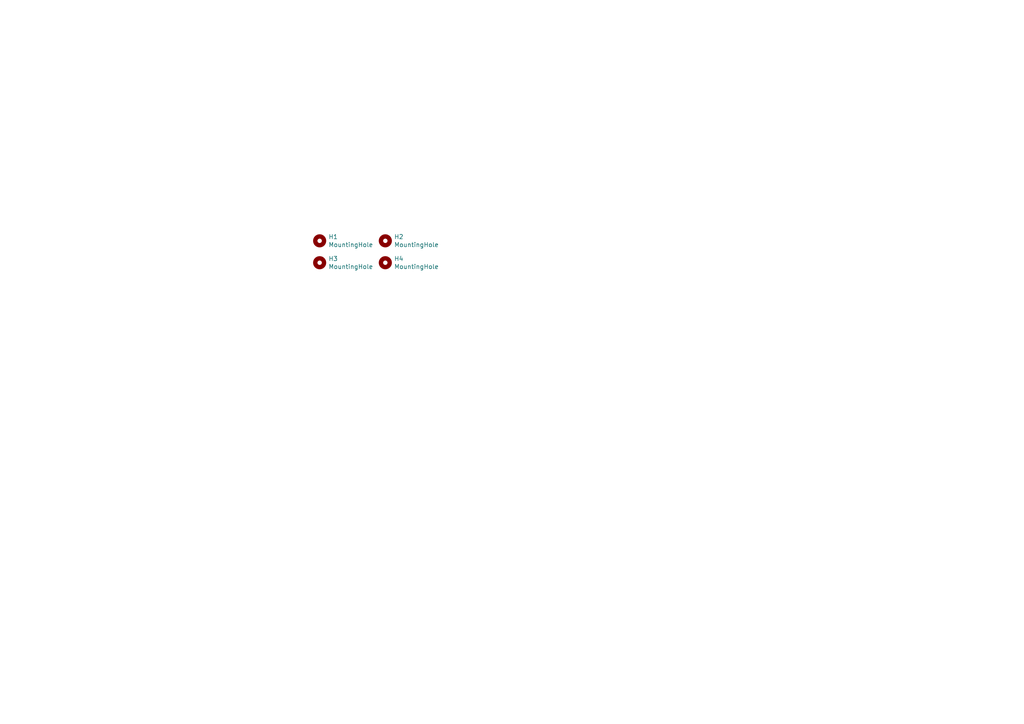
<source format=kicad_sch>
(kicad_sch (version 20231120) (generator "eeschema") (generator_version "8.0")
  (paper "A4")
  (lib_symbols
    (symbol "Mechanical:MountingHole" (pin_names (offset 1.016))
      (property "Reference" "H" (at 0 5.08 0))
      (property "Value" "MountingHole" (at 0 3.175 0))
      (symbol "MountingHole_0_1"
        (circle (center 0 0) (radius 1.27) (stroke (width 1.27)))
      )
    )
  )
  (symbol (lib_id "Mechanical:MountingHole") (at 92.71 69.85 0) (unit 1)
    (property "Reference" "H1" (at 95.25 68.6816 0) (effects (justify left)))
    (property "Value" "MountingHole" (at 95.25 70.993 0) (effects (justify left)))
    (property "Footprint" "MountingHole:MountingHole_3.5mm" (effects (hide yes)))
  )
  (symbol (lib_id "Mechanical:MountingHole") (at 111.76 69.85 0) (unit 1)
    (property "Reference" "H2" (at 114.3 68.6816 0) (effects (justify left)))
    (property "Value" "MountingHole" (at 114.3 70.993 0) (effects (justify left)))
    (property "Footprint" "MountingHole:MountingHole_3.5mm" (effects (hide yes)))
  )
  (symbol (lib_id "Mechanical:MountingHole") (at 92.71 76.2 0) (unit 1)
    (property "Reference" "H3" (at 95.25 75.0316 0) (effects (justify left)))
    (property "Value" "MountingHole" (at 95.25 77.343 0) (effects (justify left)))
    (property "Footprint" "MountingHole:MountingHole_3.5mm" (effects (hide yes)))
  )
  (symbol (lib_id "Mechanical:MountingHole") (at 111.76 76.2 0) (unit 1)
    (property "Reference" "H4" (at 114.3 75.0316 0) (effects (justify left)))
    (property "Value" "MountingHole" (at 114.3 77.343 0) (effects (justify left)))
    (property "Footprint" "MountingHole:MountingHole_3.5mm" (effects (hide yes)))
  )
)
</source>
